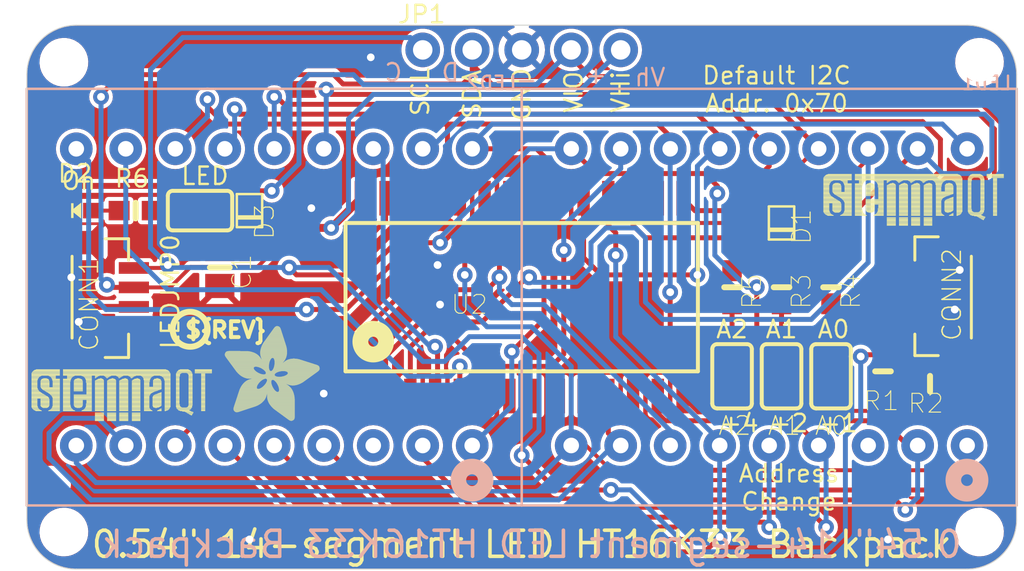
<source format=kicad_pcb>
(kicad_pcb (version 20221018) (generator pcbnew)
  (layers (0 "F.Cu" signal) (1 "In1.Cu" signal) (2 "In2.Cu" signal) (3 "In3.Cu" signal) (4 "In4.Cu" signal) (5 "In5.Cu" signal) (6 "In6.Cu" signal) (7 "In7.Cu" signal) (8 "In8.Cu" signal) (9 "In9.Cu" signal) (10 "In10.Cu" signal) (11 "In11.Cu" signal) (12 "In12.Cu" signal) (13 "In13.Cu" signal) (14 "In14.Cu" signal) (31 "B.Cu" signal) (34 "B.Paste" user) (35 "F.Paste" user) (36 "B.SilkS" user "B.Silkscreen") (37 "F.SilkS" user "F.Silkscreen") (38 "B.Mask" user) (39 "F.Mask" user) (44 "Edge.Cuts" user))
  (net 0 "")
  (net 1 "GND")
  (net 2 "N$19")
  (net 3 "N$20")
  (net 4 "A1")
  (net 5 "COM0")
  (net 6 "N$10")
  (net 7 "N$11")
  (net 8 "N$12")
  (net 9 "N$13")
  (net 10 "N$16")
  (net 11 "A0")
  (net 12 "A2")
  (net 13 "SDA")
  (net 14 "SCL")
  (net 15 "N$1")
  (net 16 "N$7")
  (net 17 "N$4")
  (net 18 "N$5")
  (net 19 "N$6")
  (net 20 "N$8")
  (net 21 "N$9")
  (net 22 "N$14")
  (net 23 "N$15")
  (net 24 "COM1")
  (net 25 "COM2")
  (net 26 "COM3")
  (net 27 "VDDIO")
  (net 28 "N$3")
  (net 29 "N$17")
  (net 30 "V+")
  (footprint "working:SOLDERJUMPER_CLOSEDWIRE" (layer "F.Cu") (at 131.9911 100.5586 180)
    (fp_text reference "LEDJMP0")
    (fp_text value "")
  )
  (footprint "" (layer "F.Cu") (at 171.9961 92.9386)
    (fp_text reference "@HOLE3" hide)
    (fp_text value "")
  )
  (footprint "working:0603-NO" (layer "F.Cu") (at 161.8361 104.4956 -90)
    (fp_text reference "R3")
    (fp_text value "47K")
  )
  (footprint "working:0603-NO" (layer "F.Cu") (at 169.4561 109.4486 180)
    (fp_text reference "R2")
    (fp_text value "10K")
  )
  (footprint "working:0603-NO" (layer "F.Cu") (at 167.0431 108.8136 90)
    (fp_text reference "R1")
    (fp_text value "10K")
  )
  (footprint "working:SOLDERJUMPER_REFLOW_NOPASTE" (layer "F.Cu") (at 164.3761 109.0676 -90)
    (fp_text reference "A0")
    (fp_text value "" hide)
  )
  (footprint "working:ADAFRUIT_5MM" (layer "F.Cu") (at 133.2611 111.3536)
    (fp_text reference "U$3" hide)
    (fp_text value "" hide)
  )
  (footprint "working:SOLDERJUMPER_REFLOW_NOPASTE" (layer "F.Cu") (at 161.8361 109.0676 -90)
    (fp_text reference "A1")
    (fp_text value "" hide)
  )
  (footprint "working:1X05_ROUND_70" (layer "F.Cu") (at 148.5011 92.3036)
    (fp_text reference "JP1")
    (fp_text value "")
  )
  (footprint "working:SOLDERJUMPER_REFLOW_NOPASTE" (layer "F.Cu") (at 159.2961 109.0676 -90)
    (fp_text reference "A2")
    (fp_text value "" hide)
  )
  (footprint "working:0805-NO" (layer "F.Cu") (at 133.0071 103.4796 -90)
    (fp_text reference "C1")
    (fp_text value "10uF")
  )
  (footprint "working:0603-NO" (layer "F.Cu") (at 159.2961 104.4956 -90)
    (fp_text reference "R5")
    (fp_text value "47K")
  )
  (footprint "working:SOD-323F" (layer "F.Cu") (at 134.5311 100.5586 -90)
    (fp_text reference "D3")
    (fp_text value "CUS530")
  )
  (footprint "working:JST_SH4_RA" (layer "F.Cu") (at 170.0911 105.0036 90)
    (fp_text reference "CONN2")
    (fp_text value "STEMMA_I2C_QTRA" hide)
  )
  (footprint "" (layer "F.Cu") (at 125.0061 92.9386)
    (fp_text reference "@HOLE2" hide)
    (fp_text value "")
  )
  (footprint "working:FIDUCIAL_1MM" (layer "F.Cu") (at 124.3711 114.6556)
    (fp_text reference "U$2" hide)
    (fp_text value "FIDUCIAL" hide)
  )
  (footprint "working:STEMMAQT" (layer "F.Cu") (at 123.3551 111.3536)
    (fp_text reference "U$6" hide)
    (fp_text value "" hide)
  )
  (footprint "working:JST_SH4_RA" (layer "F.Cu") (at 126.9111 105.0036 -90)
    (fp_text reference "CONN1")
    (fp_text value "STEMMA_I2C_QTRA" hide)
  )
  (footprint "working:FIDUCIAL_1MM" (layer "F.Cu") (at 167.5511 94.2086)
    (fp_text reference "U$1" hide)
    (fp_text value "FIDUCIAL" hide)
  )
  (footprint "working:0603-NO" (layer "F.Cu") (at 164.3761 104.4956 -90)
    (fp_text reference "R4")
    (fp_text value "47K")
  )
  (footprint "working:CHIPLED_0603_NOOUTLINE" (layer "F.Cu") (at 125.6411 100.5586 90)
    (fp_text reference "D2")
    (fp_text value "GREEN")
  )
  (footprint "" (layer "F.Cu") (at 171.9961 117.0686)
    (fp_text reference "@HOLE1" hide)
    (fp_text value "")
  )
  (footprint "" (layer "F.Cu") (at 125.0061 117.0686)
    (fp_text reference "@HOLE0" hide)
    (fp_text value "")
  )
  (footprint "working:SOP28_300MIL_SKINNY" (layer "F.Cu") (at 148.5011 105.0036)
    (fp_text reference "U2")
    (fp_text value "HT16K33")
  )
  (footprint "working:STEMMAQT" (layer "F.Cu") (at 163.9951 101.3206)
    (fp_text reference "U$7" hide)
    (fp_text value "" hide)
  )
  (footprint "working:PCBFEAT-REV-040" (layer "F.Cu") (at 131.4831 106.6546)
    (fp_text reference "U$8" hide)
    (fp_text value "" hide)
  )
  (footprint "working:SOD-323F" (layer "F.Cu") (at 161.8361 101.1936 -90)
    (fp_text reference "D1")
    (fp_text value "CUS530")
  )
  (footprint "working:0603-NO" (layer "F.Cu") (at 128.6891 100.5586 180)
    (fp_text reference "R6")
    (fp_text value "47K")
  )
  (footprint "working:SEGMENT_STARTBUST_DUAL_KWA-541CBB" (layer "B.Cu") (at 135.8011 105.0036 180)
    (fp_text reference "LED2")
    (fp_text value "")
  )
  (footprint "working:SEGMENT_STARTBUST_DUAL_KWA-541CBB" (layer "B.Cu") (at 161.2011 105.0036 180)
    (fp_text reference "LED1")
    (fp_text value "")
  )
  (gr_line (start 173.9011 116.4336) (end 173.9011 93.5736) (stroke (width 0.05)) (layer "Edge.Cuts"))
  (gr_arc (start 173.9011 116.4336) (mid 173.157151 118.229651) (end 171.3611 118.9736) (stroke (width 0.05)) (layer "Edge.Cuts"))
  (gr_arc (start 171.3611 91.0336) (mid 173.157151 91.777549) (end 173.9011 93.5736) (stroke (width 0.05)) (layer "Edge.Cuts"))
  (gr_line (start 171.3611 91.0336) (end 125.6411 91.0336) (stroke (width 0.05)) (layer "Edge.Cuts"))
  (gr_line (start 125.6411 118.9736) (end 171.3611 118.9736) (stroke (width 0.05)) (layer "Edge.Cuts"))
  (gr_arc (start 123.1011 93.5736) (mid 123.845049 91.777549) (end 125.6411 91.0336) (stroke (width 0.05)) (layer "Edge.Cuts"))
  (gr_arc (start 125.6411 118.9736) (mid 123.845049 118.229651) (end 123.1011 116.4336) (stroke (width 0.05)) (layer "Edge.Cuts"))
  (gr_line (start 123.1011 93.5736) (end 123.1011 116.4336) (stroke (width 0.05)) (layer "Edge.Cuts"))
  (gr_text "-" (at 148.1201 93.3196) (layer "B.SilkS") (effects (font (size 0.89408 0.89408) (thickness 0.12192)) (justify right top mirror)))
  (gr_text "D" (at 144.3101 92.9386) (layer "B.SilkS") (effects (font (size 0.89408 0.89408) (thickness 0.12192)) (justify right top mirror)))
  (gr_text "C" (at 141.3891 92.9386) (layer "B.SilkS") (effects (font (size 0.89408 0.89408) (thickness 0.12192)) (justify right top mirror)))
  (gr_text "+" (at 151.6761 93.0656) (layer "B.SilkS") (effects (font (size 0.89408 0.89408) (thickness 0.12192)) (justify right top mirror)))
  (gr_text "0.54\" 14-segment LED HT16K33 Backpack " (at 148.5011 117.7036) (layer "B.SilkS") (effects (font (size 1.34112 1.34112) (thickness 0.18288)) (justify mirror)))
  (gr_text "Vh" (at 154.2161 93.1926) (layer "B.SilkS") (effects (font (size 0.89408 0.89408) (thickness 0.12192)) (justify right top mirror)))
  (gr_text "LED" (at 132.2451 98.7806) (layer "F.SilkS") (effects (font (size 0.89408 0.89408) (thickness 0.12192))))
  (gr_text "+1" (at 164.7571 111.4806) (layer "F.SilkS") (effects (font (size 0.89408 0.89408) (thickness 0.12192))))
  (gr_text "+4" (at 159.6771 111.4806) (layer "F.SilkS") (effects (font (size 0.89408 0.89408) (thickness 0.12192))))
  (gr_text "VHi" (at 153.5811 94.4626 90) (layer "F.SilkS") (effects (font (size 0.89408 0.89408) (thickness 0.12192))))
  (gr_text "+2" (at 162.2171 111.4806) (layer "F.SilkS") (effects (font (size 0.89408 0.89408) (thickness 0.12192))))
  (gr_text "A1" (at 161.8361 106.6546) (layer "F.SilkS") (effects (font (size 0.89408 0.89408) (thickness 0.12192))))
  (gr_text "Address\nChange" (at 162.2171 114.7826) (layer "F.SilkS") (effects (font (size 0.89408 0.89408) (thickness 0.12192))))
  (gr_text "GND" (at 148.5011 94.5896 90) (layer "F.SilkS") (effects (font (size 0.89408 0.89408) (thickness 0.12192))))
  (gr_text "SDA" (at 145.9611 94.5896 90) (layer "F.SilkS") (effects (font (size 0.89408 0.89408) (thickness 0.12192))))
  (gr_text "0.54\" 14-segment LED HT16K33 Backpack" (at 148.5011 117.7036) (layer "F.SilkS") (effects (font (size 1.34112 1.34112) (thickness 0.18288))))
  (gr_text "SCL" (at 143.2941 94.4626 90) (layer "F.SilkS") (effects (font (size 0.89408 0.89408) (thickness 0.12192))))
  (gr_text "Default I2C\nAddr. 0x70" (at 161.5821 94.3356) (layer "F.SilkS") (effects (font (size 0.89408 0.89408) (thickness 0.12192))))
  (gr_text "VIO" (at 151.1681 94.4626 90) (layer "F.SilkS") (effects (font (size 0.89408 0.89408) (thickness 0.12192))))
  (gr_text "On" (at 125.7681 99.0346) (layer "F.SilkS") (effects (font (size 0.89408 0.89408) (thickness 0.12192))))
  (gr_text "A2" (at 159.2961 106.6546) (layer "F.SilkS") (effects (font (size 0.89408 0.89408) (thickness 0.12192))))
  (gr_text "A0" (at 164.5031 106.6546) (layer "F.SilkS") (effects (font (size 0.89408 0.89408) (thickness 0.12192))))
  (segment (start 140.2461 110.0836) (end 140.2461 109.9566) (width 0.254) (layer "F.Cu") (net 1))
  (segment (start 140.2461 109.9566) (end 138.3411 109.9566) (width 0.254) (layer "F.Cu") (net 1))
  (via (at 170.7261 105.6386) (size 0.8064) (drill 0.4) (layers "F.Cu" "B.Cu") (net 1))
  (via (at 125.7681 106.2736) (size 0.8064) (drill 0.4) (layers "F.Cu" "B.Cu") (net 1))
  (via (at 140.7541 92.6846) (size 0.8001) (drill 0.3937) (layers "F.Cu" "B.Cu") (net 1))
  (via (at 137.7061 100.4316) (size 0.8001) (drill 0.3937) (layers "F.Cu" "B.Cu") (net 1))
  (via (at 144.3101 105.3846) (size 0.8064) (drill 0.4) (layers "F.Cu" "B.Cu") (net 1))
  (via (at 170.9801 103.6066) (size 0.8064) (drill 0.4) (layers "F.Cu" "B.Cu") (net 1))
  (via (at 167.2971 117.4496) (size 0.8064) (drill 0.4) (layers "F.Cu" "B.Cu") (net 1))
  (via (at 144.1831 103.3526) (size 0.8064) (drill 0.4) (layers "F.Cu" "B.Cu") (net 1))
  (via (at 125.3871 103.9876) (size 0.8064) (drill 0.4) (layers "F.Cu" "B.Cu") (net 1))
  (via (at 138.3411 109.9566) (size 0.8001) (drill 0.3937) (layers "F.Cu" "B.Cu") (net 1))
  (via (at 134.5311 117.4496) (size 0.8064) (drill 0.4) (layers "F.Cu" "B.Cu") (net 1))
  (segment (start 161.8361 108.3056) (end 161.8361 105.3456) (width 0.254) (layer "F.Cu") (net 2))
  (segment (start 164.3761 108.3056) (end 164.3761 105.3456) (width 0.254) (layer "F.Cu") (net 3))
  (segment (start 144.3101 102.2096) (end 142.9131 102.2096) (width 0.254) (layer "F.Cu") (net 4))
  (segment (start 160.5661 109.4486) (end 160.9471 109.8296) (width 0.254) (layer "F.Cu") (net 4))
  (segment (start 158.539587 99.294088) (end 158.539587 99.675088) (width 0.254) (layer "F.Cu") (net 4))
  (segment (start 145.3261 101.3206) (end 145.3261 99.9236) (width 0.254) (layer "F.Cu") (net 4))
  (segment (start 144.3101 102.2096) (end 144.4371 102.2096) (width 0.254) (layer "F.Cu") (net 4))
  (segment (start 142.9131 102.2096) (end 139.4841 105.6386) (width 0.254) (layer "F.Cu") (net 4))
  (segment (start 145.3261 101.3206) (end 144.4371 102.2096) (width 0.254) (layer "F.Cu") (net 4))
  (segment (start 151.0411 97.3836) (end 152.3111 98.6536) (width 0.254) (layer "F.Cu") (net 4))
  (segment (start 139.4841 105.6386) (end 137.4521 105.6386) (width 0.254) (layer "F.Cu") (net 4))
  (segment (start 152.3111 98.6536) (end 157.8991 98.6536) (width 0.254) (layer "F.Cu") (net 4))
  (segment (start 160.5661 104.4956) (end 160.5661 109.4486) (width 0.254) (layer "F.Cu") (net 4))
  (segment (start 160.9471 109.8296) (end 161.8361 109.8296) (width 0.254) (layer "F.Cu") (net 4))
  (segment (start 158.539587 99.294088) (end 157.8991 98.6536) (width 0.254) (layer "F.Cu") (net 4))
  (via (at 137.4521 105.6386) (size 0.8001) (drill 0.3937) (layers "F.Cu" "B.Cu") (net 4))
  (via (at 144.3101 102.2096) (size 0.8001) (drill 0.3937) (layers "F.Cu" "B.Cu") (net 4))
  (via (at 158.539587 99.675088) (size 0.8064) (drill 0.4) (layers "F.Cu" "B.Cu") (net 4))
  (via (at 160.5661 104.4956) (size 0.8064) (drill 0.4) (layers "F.Cu" "B.Cu") (net 4))
  (segment (start 160.0581 104.4956) (end 158.412587 102.850088) (width 0.254) (layer "B.Cu") (net 4))
  (segment (start 144.3101 101.9556) (end 144.3101 102.2096) (width 0.254) (layer "B.Cu") (net 4))
  (segment (start 151.0411 97.3836) (end 148.8821 97.3836) (width 0.254) (layer "B.Cu") (net 4))
  (segment (start 158.412587 99.802088) (end 158.412587 102.850088) (width 0.254) (layer "B.Cu") (net 4))
  (segment (start 158.539587 99.675088) (end 158.412587 99.802088) (width 0.254) (layer "B.Cu") (net 4))
  (segment (start 126.2761 98.0186) (end 125.6411 97.3836) (width 0.254) (layer "B.Cu") (net 4))
  (segment (start 137.4521 105.6386) (end 127.1651 105.6386) (width 0.254) (layer "B.Cu") (net 4))
  (segment (start 127.1651 105.6386) (end 126.2761 104.7496) (width 0.254) (layer "B.Cu") (net 4))
  (segment (start 160.5661 104.4956) (end 160.0581 104.4956) (width 0.254) (layer "B.Cu") (net 4))
  (segment (start 148.8821 97.3836) (end 144.3101 101.9556) (width 0.254) (layer "B.Cu") (net 4))
  (segment (start 126.2761 98.0186) (end 126.2761 104.7496) (width 0.254) (layer "B.Cu") (net 4))
  (segment (start 163.9791 100.1936) (end 161.8361 100.1936) (width 0.2032) (layer "F.Cu") (net 5))
  (segment (start 146.4691 106.2736) (end 148.7551 103.9876) (width 0.254) (layer "F.Cu") (net 5))
  (segment (start 143.2941 106.2736) (end 146.4691 106.2736) (width 0.254) (layer "F.Cu") (net 5))
  (segment (start 166.2811 97.8916) (end 163.9791 100.1936) (width 0.2032) (layer "F.Cu") (net 5))
  (segment (start 166.2811 97.3836) (end 166.2811 97.8916) (width 0.2032) (layer "F.Cu") (net 5))
  (segment (start 141.5161 108.0516) (end 143.2941 106.2736) (width 0.254) (layer "F.Cu") (net 5))
  (segment (start 148.7551 103.9876) (end 148.8821 103.9876) (width 0.254) (layer "F.Cu") (net 5))
  (segment (start 141.5161 110.0836) (end 141.5161 108.0516) (width 0.254) (layer "F.Cu") (net 5))
  (via (at 148.8821 103.9876) (size 0.8064) (drill 0.4) (layers "F.Cu" "B.Cu") (net 5))
  (segment (start 166.2811 97.3836) (end 166.2811 103.2256) (width 0.254) (layer "B.Cu") (net 5))
  (segment (start 151.2951 104.2416) (end 152.0571 103.4796) (width 0.254) (layer "B.Cu") (net 5))
  (segment (start 154.8511 105.2576) (end 154.8511 101.9556) (width 0.254) (layer "B.Cu") (net 5))
  (segment (start 152.0571 102.2096) (end 152.0571 103.4796) (width 0.254) (layer "B.Cu") (net 5))
  (segment (start 149.1361 104.2416) (end 151.2951 104.2416) (width 0.254) (layer "B.Cu") (net 5))
  (segment (start 152.8191 101.4476) (end 152.0571 102.2096) (width 0.254) (layer "B.Cu") (net 5))
  (segment (start 155.7401 106.1466) (end 154.8511 105.2576) (width 0.254) (layer "B.Cu") (net 5))
  (segment (start 154.8511 101.9556) (end 154.3431 101.4476) (width 0.254) (layer "B.Cu") (net 5))
  (segment (start 148.8821 103.9876) (end 149.1361 104.2416) (width 0.254) (layer "B.Cu") (net 5))
  (segment (start 166.2811 103.2256) (end 163.3601 106.1466) (width 0.254) (layer "B.Cu") (net 5))
  (segment (start 163.3601 106.1466) (end 155.7401 106.1466) (width 0.254) (layer "B.Cu") (net 5))
  (segment (start 154.3431 101.4476) (end 152.8191 101.4476) (width 0.254) (layer "B.Cu") (net 5))
  (segment (start 142.5321 104.6226) (end 138.8491 108.3056) (width 0.254) (layer "F.Cu") (net 6))
  (segment (start 147.3581 103.9876) (end 146.7231 104.6226) (width 0.254) (layer "F.Cu") (net 6))
  (segment (start 147.8661 99.9236) (end 147.8661 101.8286) (width 0.254) (layer "F.Cu") (net 6))
  (segment (start 142.5321 104.6226) (end 146.7231 104.6226) (width 0.254) (layer "F.Cu") (net 6))
  (segment (start 147.3581 102.3366) (end 147.3581 103.9876) (width 0.254) (layer "F.Cu") (net 6))
  (segment (start 130.7211 112.4966) (end 130.7211 112.6236) (width 0.254) (layer "F.Cu") (net 6))
  (segment (start 147.8661 101.8286) (end 147.3581 102.3366) (width 0.254) (layer "F.Cu") (net 6))
  (segment (start 134.9121 108.3056) (end 130.7211 112.4966) (width 0.254) (layer "F.Cu") (net 6))
  (segment (start 138.8491 108.3056) (end 134.9121 108.3056) (width 0.254) (layer "F.Cu") (net 6))
  (via (at 147.3581 103.9876) (size 0.8001) (drill 0.3937) (layers "F.Cu" "B.Cu") (net 6))
  (segment (start 147.9931 105.3846) (end 147.3581 104.7496) (width 0.254) (layer "B.Cu") (net 6))
  (segment (start 149.6441 105.3846) (end 147.9931 105.3846) (width 0.254) (layer "B.Cu") (net 6))
  (segment (start 156.1211 112.6236) (end 156.1211 111.8616) (width 0.254) (layer "B.Cu") (net 6))
  (segment (start 147.3581 104.7496) (end 147.3581 103.9876) (width 0.254) (layer "B.Cu") (net 6))
  (segment (start 156.1211 111.8616) (end 149.6441 105.3846) (width 0.254) (layer "B.Cu") (net 6))
  (segment (start 171.3611 113.7666) (end 170.2181 114.9096) (width 0.254) (layer "F.Cu") (net 7))
  (segment (start 149.6441 106.1466) (end 147.9931 107.7976) (width 0.254) (layer "F.Cu") (net 7))
  (segment (start 149.6441 103.2256) (end 149.1361 102.7176) (width 0.254) (layer "F.Cu") (net 7))
  (segment (start 149.1361 99.9236) (end 149.1361 102.7176) (width 0.254) (layer "F.Cu") (net 7))
  (segment (start 149.6441 103.2256) (end 149.6441 106.1466) (width 0.254) (layer "F.Cu") (net 7))
  (segment (start 171.3611 113.7666) (end 171.3611 112.6236) (width 0.254) (layer "F.Cu") (net 7))
  (segment (start 145.9611 112.6236) (end 145.9611 113.5126) (width 0.254) (layer "F.Cu") (net 7))
  (segment (start 170.2181 114.9096) (end 156.8831 114.9096) (width 0.254) (layer "F.Cu") (net 7))
  (segment (start 148.2471 115.7986) (end 145.9611 113.5126) (width 0.254) (layer "F.Cu") (net 7))
  (segment (start 148.2471 115.7986) (end 155.9941 115.7986) (width 0.254) (layer "F.Cu") (net 7))
  (segment (start 155.9941 115.7986) (end 156.8831 114.9096) (width 0.254) (layer "F.Cu") (net 7))
  (via (at 147.9931 107.7976) (size 0.8001) (drill 0.3937) (layers "F.Cu" "B.Cu") (net 7))
  (segment (start 147.9931 110.5916) (end 145.9611 112.6236) (width 0.254) (layer "B.Cu") (net 7))
  (segment (start 147.9931 107.7976) (end 147.9931 110.5916) (width 0.254) (layer "B.Cu") (net 7))
  (segment (start 145.9611 97.3836) (end 149.2631 97.3836) (width 0.254) (layer "F.Cu") (net 8))
  (segment (start 150.4061 98.5266) (end 150.4061 99.9236) (width 0.254) (layer "F.Cu") (net 8))
  (segment (start 149.2631 97.3836) (end 150.4061 98.5266) (width 0.254) (layer "F.Cu") (net 8))
  (segment (start 171.3611 97.3836) (end 170.0911 96.1136) (width 0.254) (layer "B.Cu") (net 8))
  (segment (start 146.9771 96.1136) (end 145.9611 97.1296) (width 0.254) (layer "B.Cu") (net 8))
  (segment (start 170.0911 96.1136) (end 146.9771 96.1136) (width 0.254) (layer "B.Cu") (net 8))
  (segment (start 145.9611 97.1296) (end 145.9611 97.3836) (width 0.254) (layer "B.Cu") (net 8))
  (segment (start 133.7691 95.3516) (end 134.0231 95.6056) (width 0.254) (layer "F.Cu") (net 9))
  (segment (start 151.6761 102.9716) (end 151.6761 99.9236) (width 0.254) (layer "F.Cu") (net 9))
  (segment (start 157.5181 95.6056) (end 158.6611 96.7486) (width 0.254) (layer "F.Cu") (net 9))
  (segment (start 134.0231 95.6056) (end 157.5181 95.6056) (width 0.254) (layer "F.Cu") (net 9))
  (segment (start 157.5181 103.8606) (end 152.5651 103.8606) (width 0.254) (layer "F.Cu") (net 9))
  (segment (start 158.6611 96.7486) (end 158.6611 97.3836) (width 0.254) (layer "F.Cu") (net 9))
  (segment (start 152.5651 103.8606) (end 151.6761 102.9716) (width 0.254) (layer "F.Cu") (net 9))
  (via (at 157.5181 103.8606) (size 0.8001) (drill 0.3937) (layers "F.Cu" "B.Cu") (net 9))
  (via (at 133.7691 95.3516) (size 0.8001) (drill 0.3937) (layers "F.Cu" "B.Cu") (net 9))
  (segment (start 157.5181 98.2726) (end 157.5181 103.8606) (width 0.254) (layer "B.Cu") (net 9))
  (segment (start 158.4071 97.3836) (end 157.5181 98.2726) (width 0.254) (layer "B.Cu") (net 9))
  (segment (start 133.7691 95.3516) (end 133.7691 96.8756) (width 0.254) (layer "B.Cu") (net 9))
  (segment (start 133.2611 97.3836) (end 133.7691 96.8756) (width 0.254) (layer "B.Cu") (net 9))
  (segment (start 158.6611 97.3836) (end 158.4071 97.3836) (width 0.254) (layer "B.Cu") (net 9))
  (segment (start 152.9461 101.3206) (end 152.9461 99.9236) (width 0.254) (layer "F.Cu") (net 10))
  (segment (start 153.3271 101.7016) (end 152.9461 101.3206) (width 0.254) (layer "F.Cu") (net 10))
  (segment (start 157.8991 118.0846) (end 138.7221 118.0846) (width 0.254) (layer "F.Cu") (net 10))
  (segment (start 158.6611 117.3226) (end 157.8991 118.0846) (width 0.254) (layer "F.Cu") (net 10))
  (segment (start 133.2611 112.6236) (end 138.7221 118.0846) (width 0.254) (layer "F.Cu") (net 10))
  (segment (start 153.3271 101.7016) (end 153.3271 102.8446) (width 0.254) (layer "F.Cu") (net 10))
  (via (at 158.6611 117.3226) (size 0.8001) (drill 0.3937) (layers "F.Cu" "B.Cu") (net 10))
  (via (at 153.3271 102.8446) (size 0.8001) (drill 0.3937) (layers "F.Cu" "B.Cu") (net 10))
  (segment (start 158.6611 112.3696) (end 153.3271 107.0356) (width 0.254) (layer "B.Cu") (net 10))
  (segment (start 158.6611 112.6236) (end 158.6611 112.3696) (width 0.254) (layer "B.Cu") (net 10))
  (segment (start 158.6611 117.3226) (end 158.6611 112.6236) (width 0.254) (layer "B.Cu") (net 10))
  (segment (start 153.3271 102.8446) (end 153.3271 107.0356) (width 0.254) (layer "B.Cu") (net 10))
  (segment (start 145.5801 103.8606) (end 145.5801 102.3366) (width 0.254) (layer "F.Cu") (net 11))
  (segment (start 161.9631 113.8936) (end 169.7101 113.8936) (width 0.2032) (layer "F.Cu") (net 11))
  (segment (start 151.0411 112.6236) (end 151.8031 112.6236) (width 0.2032) (layer "F.Cu") (net 11))
  (segment (start 170.0911 112.1156) (end 169.2021 111.2266) (width 0.2032) (layer "F.Cu") (net 11))
  (segment (start 146.5961 101.3206) (end 145.5801 102.3366) (width 0.254) (layer "F.Cu") (net 11))
  (segment (start 165.3921 110.8456) (end 167.614437 110.8456) (width 0.2032) (layer "F.Cu") (net 11))
  (segment (start 153.5811 114.4016) (end 151.8031 112.6236) (width 0.2032) (layer "F.Cu") (net 11))
  (segment (start 167.614437 110.8456) (end 167.995437 111.2266) (width 0.2032) (layer "F.Cu") (net 11))
  (segment (start 146.5961 99.9236) (end 146.5961 101.3206) (width 0.254) (layer "F.Cu") (net 11))
  (segment (start 161.4551 114.4016) (end 161.9631 113.8936) (width 0.2032) (layer "F.Cu") (net 11))
  (segment (start 169.7101 113.8936) (end 170.0911 113.5126) (width 0.2032) (layer "F.Cu") (net 11))
  (segment (start 164.3761 109.8296) (end 165.3921 110.8456) (width 0.2032) (layer "F.Cu") (net 11))
  (segment (start 170.0911 113.5126) (end 170.0911 112.1156) (width 0.2032) (layer "F.Cu") (net 11))
  (segment (start 167.995437 111.2266) (end 169.2021 111.2266) (width 0.2032) (layer "F.Cu") (net 11))
  (segment (start 153.5811 114.4016) (end 161.4551 114.4016) (width 0.2032) (layer "F.Cu") (net 11))
  (via (at 145.5801 103.8606) (size 0.8001) (drill 0.3937) (layers "F.Cu" "B.Cu") (net 11))
  (segment (start 151.0411 112.6236) (end 151.0411 108.5596) (width 0.254) (layer "B.Cu") (net 11))
  (segment (start 149.1361 114.5286) (end 126.6571 114.5286) (width 0.254) (layer "B.Cu") (net 11))
  (segment (start 151.0411 112.6236) (end 149.1361 114.5286) (width 0.254) (layer "B.Cu") (net 11))
  (segment (start 149.0091 106.5276) (end 146.7231 106.5276) (width 0.254) (layer "B.Cu") (net 11))
  (segment (start 145.5801 105.3846) (end 145.5801 103.8606) (width 0.254) (layer "B.Cu") (net 11))
  (segment (start 125.6411 113.5126) (end 125.6411 112.6236) (width 0.254) (layer "B.Cu") (net 11))
  (segment (start 146.7231 106.5276) (end 145.5801 105.3846) (width 0.254) (layer "B.Cu") (net 11))
  (segment (start 126.6571 114.5286) (end 125.6411 113.5126) (width 0.254) (layer "B.Cu") (net 11))
  (segment (start 151.0411 108.5596) (end 149.0091 106.5276) (width 0.254) (layer "B.Cu") (net 11))
  (segment (start 155.4861 96.1136) (end 156.1211 96.7486) (width 0.254) (layer "F.Cu") (net 12))
  (segment (start 144.0561 98.6536) (end 144.6911 98.0186) (width 0.254) (layer "F.Cu") (net 12))
  (segment (start 133.2611 96.1136) (end 132.3721 95.2246) (width 0.254) (layer "F.Cu") (net 12))
  (segment (start 156.1211 106.981875) (end 156.1211 104.7496) (width 0.254) (layer "F.Cu") (net 12))
  (segment (start 158.968825 109.8296) (end 156.1211 106.981875) (width 0.254) (layer "F.Cu") (net 12))
  (segment (start 156.1211 96.7486) (end 156.1211 97.3836) (width 0.254) (layer "F.Cu") (net 12))
  (segment (start 144.6911 98.0186) (end 144.6911 96.1136) (width 0.254) (layer "F.Cu") (net 12))
  (segment (start 159.2961 109.8296) (end 158.968825 109.8296) (width 0.254) (layer "F.Cu") (net 12))
  (segment (start 144.0561 99.9236) (end 144.0561 98.6536) (width 0.254) (layer "F.Cu") (net 12))
  (segment (start 132.3721 94.8436) (end 132.3721 95.2246) (width 0.254) (layer "F.Cu") (net 12))
  (segment (start 133.2611 96.1136) (end 144.6911 96.1136) (width 0.254) (layer "F.Cu") (net 12))
  (segment (start 144.6911 96.1136) (end 155.4861 96.1136) (width 0.254) (layer "F.Cu") (net 12))
  (via (at 132.3721 94.8436) (size 0.8001) (drill 0.3937) (layers "F.Cu" "B.Cu") (net 12))
  (via (at 156.1211 104.7496) (size 0.8064) (drill 0.4) (layers "F.Cu" "B.Cu") (net 12))
  (segment (start 132.3721 94.8436) (end 132.3721 95.7326) (width 0.254) (layer "B.Cu") (net 12))
  (segment (start 156.1211 104.7496) (end 156.1211 97.3836) (width 0.254) (layer "B.Cu") (net 12))
  (segment (start 130.7211 97.3836) (end 132.3721 95.7326) (width 0.254) (layer "B.Cu") (net 12))
  (segment (start 141.5161 101.0666) (end 141.5161 99.9236) (width 0.254) (layer "F.Cu") (net 13))
  (segment (start 126.9111 94.7166) (end 126.9111 94.5896) (width 0.254) (layer "F.Cu") (net 13))
  (segment (start 169.0671 105.5036) (end 168.4051 105.5036) (width 0.254) (layer "F.Cu") (net 13))
  (segment (start 169.7101 106.1466) (end 169.0671 105.5036) (width 0.254) (layer "F.Cu") (net 13))
  (segment (start 139.3317 94.0562) (end 138.8491 93.5736) (width 0.254) (layer "F.Cu") (net 13))
  (segment (start 147.0279 94.1324) (end 145.8341 92.9386) (width 0.254) (layer "F.Cu") (net 13))
  (segment (start 145.9611 93.5736) (end 145.4785 94.0562) (width 0.254) (layer "F.Cu") (net 13))
  (segment (start 139.93495 102.64775) (end 141.5161 101.0666) (width 0.254) (layer "F.Cu") (net 13))
  (segment (start 134.9373 103.4544) (end 135.74395 102.64775) (width 0.2032) (layer "F.Cu") (net 13))
  (segment (start 145.4785 94.0562) (end 139.3317 94.0562) (width 0.254) (layer "F.Cu") (net 13))
  (segment (start 161.136481 94.1324) (end 147.0279 94.1324) (width 0.254) (layer "F.Cu") (net 13))
  (segment (start 128.5971 104.5036) (end 127.3477 104.5036) (width 0.254) (layer "F.Cu") (net 13))
  (segment (start 145.8341 92.9386) (end 145.8341 92.4306) (width 0.254) (layer "F.Cu") (net 13))
  (segment (start 161.136481 94.1324) (end 162.990681 95.9866) (width 0.254) (layer "F.Cu") (net 13))
  (segment (start 128.5971 104.5036) (end 130.4591 104.5036) (width 0.2032) (layer "F.Cu") (net 13))
  (segment (start 168.6061 109.4486) (end 168.6061 108.1396) (width 0.254) (layer "F.Cu") (net 13))
  (segment (start 169.076468 95.9866) (end 169.9895 96.899632) (width 0.254) (layer "F.Cu") (net 13))
  (segment (start 126.9111 94.5896) (end 127.9271 93.5736) (width 0.254) (layer "F.Cu") (net 13))
  (segment (start 145.9611 92.3036) (end 145.9611 93.5736) (width 0.254) (layer "F.Cu") (net 13))
  (segment (start 169.7101 107.0356) (end 169.7101 106.1466) (width 0.254) (layer "F.Cu") (net 13))
  (segment (start 127.3477 104.5036) (end 127.2127 104.3686) (width 0.254) (layer "F.Cu") (net 13))
  (segment (start 168.6061 108.1396) (end 169.7101 107.0356) (width 0.254) (layer "F.Cu") (net 13))
  (segment (start 131.5083 103.4544) (end 134.9373 103.4544) (width 0.2032) (layer "F.Cu") (net 13))
  (segment (start 130.4591 104.5036) (end 131.5083 103.4544) (width 0.2032) (layer "F.Cu") (net 13))
  (segment (start 169.9895 96.899632) (end 169.9895 98.5012) (width 0.254) (layer "F.Cu") (net 13))
  (segment (start 162.990681 95.9866) (end 169.076468 95.9866) (width 0.254) (layer "F.Cu") (net 13))
  (segment (start 145.9611 92.3036) (end 145.8341 92.4306) (width 0.254) (layer "F.Cu") (net 13))
  (segment (start 138.8491 93.5736) (end 127.9271 93.5736) (width 0.254) (layer "F.Cu") (net 13))
  (segment (start 169.9895 98.5012) (end 166.7891 101.7016) (width 0.254) (layer "F.Cu") (net 13))
  (segment (start 166.7891 101.7016) (end 166.7891 105.1306) (width 0.254) (layer "F.Cu") (net 13))
  (segment (start 166.7891 105.1306) (end 167.1621 105.5036) (width 0.254) (layer "F.Cu") (net 13))
  (segment (start 135.74395 102.64775) (end 139.93495 102.64775) (width 0.254) (layer "F.Cu") (net 13))
  (segment (start 167.1621 105.5036) (end 168.4051 105.5036) (width 0.254) (layer "F.Cu") (net 13))
  (via (at 127.2127 104.3686) (size 0.8064) (drill 0.4) (layers "F.Cu" "B.Cu") (net 13))
  (via (at 126.9111 94.7166) (size 0.8064) (drill 0.4) (layers "F.Cu" "B.Cu") (net 13))
  (segment (start 126.9111 104.067) (end 126.9111 94.7166) (width 0.254) (layer "B.Cu") (net 13))
  (segment (start 127.2127 104.3686) (end 126.9111 104.067) (width 0.254) (layer "B.Cu") (net 13))
  (segment (start 140.3731 103.8606) (end 142.7861 101.4476) (width 0.254) (layer "F.Cu") (net 14))
  (segment (start 136.5631 103.4796) (end 136.9441 103.8606) (width 0.254) (layer "F.Cu") (net 14))
  (segment (start 142.7861 101.4476) (end 142.7861 99.9236) (width 0.254) (layer "F.Cu") (net 14))
  (segment (start 167.0431 107.9636) (end 165.9881 107.9636) (width 0.254) (layer "F.Cu") (net 14))
  (segment (start 153.0731 114.9096) (end 153.080465 114.902234) (width 0.254) (layer "F.Cu") (net 14))
  (segment (start 150.2791 114.9096) (end 153.0731 114.9096) (width 0.254) (layer "F.Cu") (net 14))
  (segment (start 165.9881 107.9636) (end 165.9001 108.0516) (width 0.254) (layer "F.Cu") (net 14))
  (segment (start 148.5011 113.1316) (end 150.2791 114.9096) (width 0.254) (layer "F.Cu") (net 14))
  (segment (start 168.4051 106.6016) (end 168.4051 106.5036) (width 0.254) (layer "F.Cu") (net 14))
  (segment (start 128.5971 103.5036) (end 130.1891 103.5036) (width 0.2032) (layer "F.Cu") (net 14))
  (segment (start 130.1891 103.5036) (end 130.3401 103.3526) (width 0.2032) (layer "F.Cu") (net 14))
  (segment (start 136.9441 103.8606) (end 140.3731 103.8606) (width 0.254) (layer "F.Cu") (net 14))
  (segment (start 167.0431 107.9636) (end 168.4051 106.6016) (width 0.254) (layer "F.Cu") (net 14))
  (via (at 130.3401 103.3526) (size 0.8064) (drill 0.4) (layers "F.Cu" "B.Cu") (net 14))
  (via (at 148.5011 113.1316) (size 0.8064) (drill 0.4) (layers "F.Cu" "B.Cu") (net 14))
  (via (at 153.080465 114.902234) (size 0.8064) (drill 0.4) (layers "F.Cu" "B.Cu") (net 14))
  (via (at 136.5631 103.4796) (size 0.8001) (drill 0.3937) (layers "F.Cu" "B.Cu") (net 14))
  (via (at 165.9001 108.0516) (size 0.8064) (drill 0.4) (layers "F.Cu" "B.Cu") (net 14))
  (segment (start 129.4511 102.4636) (end 130.3401 103.3526) (width 0.254) (layer "B.Cu") (net 14))
  (segment (start 131.1021 91.6686) (end 129.4511 93.3196) (width 0.254) (layer "B.Cu") (net 14))
  (segment (start 142.7861 91.6686) (end 131.1021 91.6686) (width 0.254) (layer "B.Cu") (net 14))
  (segment (start 145.817369 107.0356) (end 148.5011 107.0356) (width 0.254) (layer "B.Cu") (net 14))
  (segment (start 149.3901 107.9246) (end 149.3901 111.8616) (width 0.254) (layer "B.Cu") (net 14))
  (segment (start 130.4036 103.4161) (end 130.3401 103.3526) (width 0.254) (layer "B.Cu") (net 14))
  (segment (start 144.547369 108.3056) (end 145.817369 107.0356) (width 0.254) (layer "B.Cu") (net 14))
  (segment (start 143.432682 108.3056) (end 144.547369 108.3056) (width 0.254) (layer "B.Cu") (net 14))
  (segment (start 165.1127 112.139631) (end 165.1127 117.094) (width 0.254) (layer "B.Cu") (net 14))
  (segment (start 165.1127 117.094) (end 164.1221 118.0846) (width 0.254) (layer "B.Cu") (net 14))
  (segment (start 148.5011 112.7506) (end 148.5011 113.1316) (width 0.254) (layer "B.Cu") (net 14))
  (segment (start 136.5631 103.4796) (end 138.606682 103.4796) (width 0.254) (layer "B.Cu") (net 14))
  (segment (start 153.080465 114.902234) (end 154.081734 114.902234) (width 0.254) (layer "B.Cu") (net 14))
  (segment (start 149.3901 111.8616) (end 148.5011 112.7506) (width 0.254) (layer "B.Cu") (net 14))
  (segment (start 164.1221 118.0846) (end 157.2641 118.0846) (width 0.254) (layer "B.Cu") (net 14))
  (segment (start 132.1181 103.4796) (end 130.4671 103.4796) (width 0.254) (layer "B.Cu") (net 14))
  (segment (start 143.4211 92.3036) (end 142.7861 91.6686) (width 0.254) (layer "B.Cu") (net 14))
  (segment (start 138.606682 103.4796) (end 143.432682 108.3056) (width 0.254) (layer "B.Cu") (net 14))
  (segment (start 130.4671 103.4796) (end 130.4036 103.4161) (width 0.254) (layer "B.Cu") (net 14))
  (segment (start 129.4511 100.8126) (end 129.4511 102.4636) (width 0.254) (layer "B.Cu") (net 14))
  (segment (start 157.2641 118.0846) (end 154.081734 114.902234) (width 0.254) (layer "B.Cu") (net 14))
  (segment (start 132.1181 103.4796) (end 136.5631 103.4796) (width 0.254) (layer "B.Cu") (net 14))
  (segment (start 129.4511 93.3196) (end 129.4511 100.8126) (width 0.254) (layer "B.Cu") (net 14))
  (segment (start 165.9001 108.0516) (end 165.9001 111.352231) (width 0.254) (layer "B.Cu") (net 14))
  (segment (start 148.5011 107.0356) (end 149.3901 107.9246) (width 0.254) (layer "B.Cu") (net 14))
  (segment (start 165.9001 111.352231) (end 165.1127 112.139631) (width 0.254) (layer "B.Cu") (net 14))
  (segment (start 161.8361 102.1936) (end 161.8361 103.6456) (width 0.2032) (layer "F.Cu") (net 15))
  (segment (start 161.8361 103.6456) (end 164.3761 103.6456) (width 0.254) (layer "F.Cu") (net 15))
  (segment (start 159.2961 103.6456) (end 161.8361 103.6456) (width 0.254) (layer "F.Cu") (net 15))
  (segment (start 159.2961 108.3056) (end 159.2961 105.3456) (width 0.254) (layer "F.Cu") (net 16))
  (segment (start 160.1851 101.9556) (end 161.0741 101.0666) (width 0.254) (layer "F.Cu") (net 17))
  (segment (start 161.0741 101.0666) (end 165.1381 101.0666) (width 0.254) (layer "F.Cu") (net 17))
  (segment (start 154.2161 101.3206) (end 154.8511 101.9556) (width 0.254) (layer "F.Cu") (net 17))
  (segment (start 154.2161 99.9236) (end 154.2161 101.3206) (width 0.254) (layer "F.Cu") (net 17))
  (segment (start 165.1381 101.0666) (end 168.8211 97.3836) (width 0.254) (layer "F.Cu") (net 17))
  (segment (start 154.8511 101.9556) (end 160.1851 101.9556) (width 0.254) (layer "F.Cu") (net 17))
  (segment (start 172.2501 95.6056) (end 145.5801 95.6056) (width 0.254) (layer "B.Cu") (net 17))
  (segment (start 170.0911 98.6536) (end 172.3771 98.6536) (width 0.254) (layer "B.Cu") (net 17))
  (segment (start 143.8021 97.3836) (end 143.4211 97.3836) (width 0.254) (layer "B.Cu") (net 17))
  (segment (start 172.6311 95.9866) (end 172.2501 95.6056) (width 0.254) (layer "B.Cu") (net 17))
  (segment (start 172.3771 98.6536) (end 172.6311 98.3996) (width 0.254) (layer "B.Cu") (net 17))
  (segment (start 145.5801 95.6056) (end 143.8021 97.3836) (width 0.254) (layer "B.Cu") (net 17))
  (segment (start 168.8211 97.3836) (end 170.0911 98.6536) (width 0.254) (layer "B.Cu") (net 17))
  (segment (start 172.6311 98.3996) (end 172.6311 95.9866) (width 0.254) (layer "B.Cu") (net 17))
  (segment (start 161.3281 98.7806) (end 162.2171 98.7806) (width 0.2032) (layer "F.Cu") (net 18))
  (segment (start 155.4861 100.9396) (end 155.7401 101.1936) (width 0.2032) (layer "F.Cu") (net 18))
  (segment (start 138.7221 94.5896) (end 138.4681 94.3356) (width 0.254) (layer "F.Cu") (net 18))
  (segment (start 162.2171 98.7806) (end 163.6776 97.3201) (width 0.2032) (layer "F.Cu") (net 18))
  (segment (start 163.7411 97.3836) (end 163.6776 97.3201) (width 0.254) (layer "F.Cu") (net 18))
  (segment (start 155.4861 99.9236) (end 155.4861 100.9396) (width 0.2032) (layer "F.Cu") (net 18))
  (segment (start 158.9151 101.1936) (end 161.3281 98.7806) (width 0.2032) (layer "F.Cu") (net 18))
  (segment (start 160.9471 94.5896) (end 138.7221 94.5896) (width 0.254) (layer "F.Cu") (net 18))
  (segment (start 155.7401 101.1936) (end 158.9151 101.1936) (width 0.2032) (layer "F.Cu") (net 18))
  (segment (start 163.6776 97.3201) (end 160.9471 94.5896) (width 0.254) (layer "F.Cu") (net 18))
  (via (at 138.4681 94.3356) (size 0.8001) (drill 0.3937) (layers "F.Cu" "B.Cu") (net 18))
  (segment (start 138.4681 94.3356) (end 138.4681 97.2566) (width 0.254) (layer "B.Cu") (net 18))
  (segment (start 138.4681 97.2566) (end 138.3411 97.3836) (width 0.254) (layer "B.Cu") (net 18))
  (segment (start 158.9151 100.5586) (end 157.3911 100.5586) (width 0.254) (layer "F.Cu") (net 19))
  (segment (start 161.2011 98.2726) (end 161.2011 97.3836) (width 0.254) (layer "F.Cu") (net 19))
  (segment (start 161.2011 98.2726) (end 158.9151 100.5586) (width 0.254) (layer "F.Cu") (net 19))
  (segment (start 156.7561 99.9236) (end 157.3911 100.5586) (width 0.254) (layer "F.Cu") (net 19))
  (segment (start 161.2011 97.3836) (end 158.9151 95.0976) (width 0.254) (layer "F.Cu") (net 19))
  (segment (start 158.9151 95.0976) (end 136.3091 95.0976) (width 0.254) (layer "F.Cu") (net 19))
  (segment (start 136.3091 95.0976) (end 135.9281 94.7166) (width 0.254) (layer "F.Cu") (net 19))
  (segment (start 135.9281 94.7166) (end 135.8011 94.7166) (width 0.254) (layer "F.Cu") (net 19))
  (via (at 135.8011 94.7166) (size 0.8001) (drill 0.3937) (layers "F.Cu" "B.Cu") (net 19))
  (segment (start 135.8011 94.7166) (end 135.8011 97.3836) (width 0.254) (layer "B.Cu") (net 19))
  (segment (start 157.5689 110.8964) (end 163.1569 110.8964) (width 0.254) (layer "F.Cu") (net 20))
  (segment (start 168.3131 112.6236) (end 167.0431 111.3536) (width 0.254) (layer "F.Cu") (net 20))
  (segment (start 168.3131 112.6236) (end 168.8211 112.6236) (width 0.254) (layer "F.Cu") (net 20))
  (segment (start 146.4691 116.3066) (end 143.4211 113.2586) (width 0.254) (layer "F.Cu") (net 20))
  (segment (start 157.1371 115.4176) (end 156.2481 116.3066) (width 0.254) (layer "F.Cu") (net 20))
  (segment (start 167.6781 115.4176) (end 157.1371 115.4176) (width 0.254) (layer "F.Cu") (net 20))
  (segment (start 168.1861 115.9256) (end 167.6781 115.4176) (width 0.254) (layer "F.Cu") (net 20))
  (segment (start 156.2481 116.3066) (end 146.4691 116.3066) (width 0.254) (layer "F.Cu") (net 20))
  (segment (start 156.7561 110.0836) (end 157.5689 110.8964) (width 0.254) (layer "F.Cu") (net 20))
  (segment (start 167.0431 111.3536) (end 163.6141 111.3536) (width 0.254) (layer "F.Cu") (net 20))
  (segment (start 143.4211 112.6236) (end 143.4211 113.2586) (width 0.254) (layer "F.Cu") (net 20))
  (segment (start 163.6141 111.3536) (end 163.1569 110.8964) (width 0.254) (layer "F.Cu") (net 20))
  (via (at 168.1861 115.9256) (size 0.8001) (drill 0.3937) (layers "F.Cu" "B.Cu") (net 20))
  (segment (start 168.8211 115.2906) (end 168.1861 115.9256) (width 0.254) (layer "B.Cu") (net 20))
  (segment (start 168.8211 115.2906) (end 168.8211 112.6236) (width 0.254) (layer "B.Cu") (net 20))
  (segment (start 157.0101 116.8146) (end 142.5321 116.8146) (width 0.254) (layer "F.Cu") (net 21))
  (segment (start 155.8671 111.3536) (end 162.4711 111.3536) (width 0.254) (layer "F.Cu") (net 21))
  (segment (start 155.4861 110.0836) (end 155.4861 110.9726) (width 0.254) (layer "F.Cu") (net 21))
  (segment (start 157.7721 116.0526) (end 157.0101 116.8146) (width 0.254) (layer "F.Cu") (net 21))
  (segment (start 164.1221 116.8146) (end 163.3601 116.0526) (width 0.254) (layer "F.Cu") (net 21))
  (segment (start 138.3411 112.6236) (end 142.5321 116.8146) (width 0.254) (layer "F.Cu") (net 21))
  (segment (start 163.3601 116.0526) (end 157.7721 116.0526) (width 0.254) (layer "F.Cu") (net 21))
  (segment (start 155.4861 110.9726) (end 155.8671 111.3536) (width 0.254) (layer "F.Cu") (net 21))
  (segment (start 162.4711 111.3536) (end 163.7411 112.6236) (width 0.254) (layer "F.Cu") (net 21))
  (via (at 164.1221 116.8146) (size 0.8001) (drill 0.3937) (layers "F.Cu" "B.Cu") (net 21))
  (segment (start 164.1221 113.0046) (end 163.7411 112.6236) (width 0.254) (layer "B.Cu") (net 21))
  (segment (start 164.1221 113.0046) (end 164.1221 116.8146) (width 0.254) (layer "B.Cu") (net 21))
  (segment (start 160.9471 116.5606) (end 158.1531 116.5606) (width 0.254) (layer "F.Cu") (net 22))
  (segment (start 155.230731 113.8936) (end 161.0741 113.8936) (width 0.254) (layer "F.Cu") (net 22))
  (segment (start 158.1531 116.5606) (end 157.2641 117.4496) (width 0.254) (layer "F.Cu") (net 22))
  (segment (start 161.2011 113.7666) (end 161.0741 113.8936) (width 0.254) (layer "F.Cu") (net 22))
  (segment (start 154.2161 111.3536) (end 154.8257 111.9632) (width 0.254) (layer "F.Cu") (net 22))
  (segment (start 157.2641 117.4496) (end 140.6271 117.4496) (width 0.254) (layer "F.Cu") (net 22))
  (segment (start 154.8257 113.488568) (end 155.230731 113.8936) (width 0.254) (layer "F.Cu") (net 22))
  (segment (start 154.8257 111.9632) (end 154.8257 113.488568) (width 0.254) (layer "F.Cu") (net 22))
  (segment (start 154.2161 110.0836) (end 154.2161 111.3536) (width 0.254) (layer "F.Cu") (net 22))
  (segment (start 161.2011 113.7666) (end 161.2011 112.6236) (width 0.254) (layer "F.Cu") (net 22))
  (segment (start 135.8011 112.6236) (end 140.6271 117.4496) (width 0.254) (layer "F.Cu") (net 22))
  (segment (start 161.2011 116.8146) (end 160.9471 116.5606) (width 0.254) (layer "F.Cu") (net 22))
  (via (at 161.2011 116.8146) (size 0.8001) (drill 0.3937) (layers "F.Cu" "B.Cu") (net 22))
  (segment (start 161.2011 116.8146) (end 161.2011 112.6236) (width 0.254) (layer "B.Cu") (net 22))
  (segment (start 152.9461 110.0836) (end 152.9461 111.9886) (width 0.254) (layer "F.Cu") (net 23))
  (segment (start 152.9461 111.9886) (end 153.5811 112.6236) (width 0.254) (layer "F.Cu") (net 23))
  (segment (start 126.4031 115.4176) (end 150.4061 115.4176) (width 0.254) (layer "B.Cu") (net 23))
  (segment (start 126.7841 111.2266) (end 125.0061 111.2266) (width 0.254) (layer "B.Cu") (net 23))
  (segment (start 128.1811 112.6236) (end 126.7841 111.2266) (width 0.254) (layer "B.Cu") (net 23))
  (segment (start 153.5811 112.6236) (end 153.2001 112.6236) (width 0.254) (layer "B.Cu") (net 23))
  (segment (start 124.2441 111.9886) (end 124.2441 113.2586) (width 0.254) (layer "B.Cu") (net 23))
  (segment (start 125.0061 111.2266) (end 124.2441 111.9886) (width 0.254) (layer "B.Cu") (net 23))
  (segment (start 153.2001 112.6236) (end 150.4061 115.4176) (width 0.254) (layer "B.Cu") (net 23))
  (segment (start 124.2441 113.2586) (end 126.4031 115.4176) (width 0.254) (layer "B.Cu") (net 23))
  (segment (start 143.5481 106.795712) (end 142.7861 107.557712) (width 0.254) (layer "F.Cu") (net 24))
  (segment (start 143.5481 106.795712) (end 144.705213 106.795712) (width 0.254) (layer "F.Cu") (net 24))
  (segment (start 144.705213 106.795712) (end 146.4691 108.5596) (width 0.254) (layer "F.Cu") (net 24))
  (segment (start 146.4691 108.5596) (end 150.0251 108.5596) (width 0.254) (layer "F.Cu") (net 24))
  (segment (start 150.0251 108.5596) (end 150.6601 107.9246) (width 0.254) (layer "F.Cu") (net 24))
  (segment (start 150.6601 107.9246) (end 150.6601 102.5906) (width 0.254) (layer "F.Cu") (net 24))
  (segment (start 142.7861 110.0836) (end 142.7861 107.557712) (width 0.254) (layer "F.Cu") (net 24))
  (via (at 150.6601 102.5906) (size 0.8001) (drill 0.3937) (layers "F.Cu" "B.Cu") (net 24))
  (segment (start 153.5811 98.3996) (end 153.5811 97.3836) (width 0.254) (layer "B.Cu") (net 24))
  (segment (start 150.6601 102.5906) (end 150.6601 101.3206) (width 0.254) (layer "B.Cu") (net 24))
  (segment (start 150.6601 101.3206) (end 153.5811 98.3996) (width 0.254) (layer "B.Cu") (net 24))
  (segment (start 144.0561 110.0836) (end 144.1831 109.9566) (width 0.254) (layer "F.Cu") (net 25))
  (segment (start 144.1831 107.7976) (end 144.0561 107.6706) (width 0.254) (layer "F.Cu") (net 25))
  (segment (start 144.0561 107.6706) (end 144.0561 107.5436) (width 0.254) (layer "F.Cu") (net 25))
  (segment (start 144.1831 107.7976) (end 144.1831 109.9566) (width 0.254) (layer "F.Cu") (net 25))
  (via (at 144.0561 107.5436) (size 0.8001) (drill 0.3937) (layers "F.Cu" "B.Cu") (net 25))
  (segment (start 143.8021 107.5436) (end 141.3891 105.1306) (width 0.254) (layer "B.Cu") (net 25))
  (segment (start 144.0561 107.5436) (end 143.8021 107.5436) (width 0.254) (layer "B.Cu") (net 25))
  (segment (start 141.0081 97.3836) (end 140.8811 97.3836) (width 0.254) (layer "B.Cu") (net 25))
  (segment (start 141.3891 105.1306) (end 141.3891 97.7646) (width 0.254) (layer "B.Cu") (net 25))
  (segment (start 141.3891 97.7646) (end 141.0081 97.3836) (width 0.254) (layer "B.Cu") (net 25))
  (segment (start 145.3261 108.5596) (end 145.3261 110.0836) (width 0.254) (layer "F.Cu") (net 26))
  (via (at 145.3261 108.5596) (size 0.8001) (drill 0.3937) (layers "F.Cu" "B.Cu") (net 26))
  (segment (start 130.3401 104.6226) (end 138.2141 104.6226) (width 0.254) (layer "B.Cu") (net 26))
  (segment (start 145.3261 108.5596) (end 144.8181 109.0676) (width 0.254) (layer "B.Cu") (net 26))
  (segment (start 128.1811 102.4636) (end 130.3401 104.6226) (width 0.254) (layer "B.Cu") (net 26))
  (segment (start 144.8181 109.0676) (end 142.6591 109.0676) (width 0.254) (layer "B.Cu") (net 26))
  (segment (start 128.1811 97.3836) (end 128.1811 102.4636) (width 0.254) (layer "B.Cu") (net 26))
  (segment (start 138.2141 104.6226) (end 142.6591 109.0676) (width 0.254) (layer "B.Cu") (net 26))
  (segment (start 135.6741 99.5426) (end 134.5311 99.5426) (width 0.254) (layer "F.Cu") (net 27))
  (segment (start 172.7581 103.9876) (end 172.7581 103.4796) (width 0.3048) (layer "F.Cu") (net 27))
  (segment (start 172.7581 96.3676) (end 171.8691 95.4786) (width 0.254) (layer "F.Cu") (net 27))
  (segment (start 171.8691 95.4786) (end 163.3601 95.4786) (width 0.254) (layer "F.Cu") (net 27))
  (segment (start 168.4051 104.5036) (end 172.2421 104.5036) (width 0.3048) (layer "F.Cu") (net 27))
  (segment (start 172.7581 103.4796) (end 172.7581 96.3676) (width 0.254) (layer "F.Cu") (net 27))
  (segment (start 123.9901 99.7966) (end 124.4981 99.2886) (width 0.3048) (layer "F.Cu") (net 27))
  (segment (start 167.8441 110.4646) (end 169.3291 110.4646) (width 0.254) (layer "F.Cu") (net 27))
  (segment (start 152.0317 93.6752) (end 151.0411 92.6846) (width 0.254) (layer "F.Cu") (net 27))
  (segment (start 172.2421 104.5036) (end 172.7581 103.9876) (width 0.3048) (layer "F.Cu") (net 27))
  (segment (start 169.3291 110.4646) (end 170.3451 109.4486) (width 0.254) (layer "F.Cu") (net 27))
  (segment (start 167.0431 109.6636) (end 167.8441 110.4646) (width 0.254) (layer "F.Cu") (net 27))
  (segment (start 151.0411 92.6846) (end 151.0411 92.3036) (width 0.254) (layer "F.Cu") (net 27))
  (segment (start 172.7581 108.5596) (end 172.7581 103.9876) (width 0.3048) (layer "F.Cu") (net 27))
  (segment (start 124.4981 99.2886) (end 134.2611 99.2886) (width 0.3048) (layer "F.Cu") (net 27))
  (segment (start 125.1251 105.5036) (end 123.9901 104.3686) (width 0.3048) (layer "F.Cu") (net 27))
  (segment (start 134.5311 99.5586) (end 134.5311 99.5426) (width 0.254) (layer "F.Cu") (net 27))
  (segment (start 134.2611 99.2886) (end 134.5311 99.5586) (width 0.3048) (layer "F.Cu") (net 27))
  (segment (start 128.5971 105.5036) (end 125.1251 105.5036) (width 0.3048) (layer "F.Cu") (net 27))
  (segment (start 161.5567 93.6752) (end 152.0317 93.6752) (width 0.254) (layer "F.Cu") (net 27))
  (segment (start 170.3061 109.4486) (end 170.3451 109.4486) (width 0.3048) (layer "F.Cu") (net 27))
  (segment (start 123.9901 104.3686) (end 123.9901 99.7966) (width 0.3048) (layer "F.Cu") (net 27))
  (segment (start 171.8691 109.4486) (end 172.7581 108.5596) (width 0.3048) (layer "F.Cu") (net 27))
  (segment (start 163.3601 95.4786) (end 161.5567 93.6752) (width 0.254) (layer "F.Cu") (net 27))
  (segment (start 170.3451 109.4486) (end 171.8691 109.4486) (width 0.3048) (layer "F.Cu") (net 27))
  (via (at 135.6741 99.5426) (size 0.8064) (drill 0.4) (layers "F.Cu" "B.Cu") (net 27))
  (segment (start 139.8651 93.5736) (end 140.3731 94.0816) (width 0.254) (layer "B.Cu") (net 27))
  (segment (start 149.2631 94.0816) (end 151.0411 92.3036) (width 0.254) (layer "B.Cu") (net 27))
  (segment (start 137.0711 94.0816) (end 137.5791 93.5736) (width 0.254) (layer "B.Cu") (net 27))
  (segment (start 137.0711 98.1456) (end 137.0711 94.0816) (width 0.254) (layer "B.Cu") (net 27))
  (segment (start 135.6741 99.5426) (end 137.0711 98.1456) (width 0.254) (layer "B.Cu") (net 27))
  (segment (start 140.3731 94.0816) (end 149.2631 94.0816) (width 0.254) (layer "B.Cu") (net 27))
  (segment (start 137.5791 93.5736) (end 139.8651 93.5736) (width 0.254) (layer "B.Cu") (net 27))
  (segment (start 126.3911 100.5586) (end 127.8391 100.5586) (width 0.2032) (layer "F.Cu") (net 28))
  (segment (start 129.5391 100.5586) (end 131.2291 100.5586) (width 0.254) (layer "F.Cu") (net 29))
  (segment (start 134.6421 101.4476) (end 138.7221 101.4476) (width 0.4064) (layer "F.Cu") (net 30))
  (segment (start 134.5311 101.5586) (end 134.6421 101.4476) (width 0.4064) (layer "F.Cu") (net 30))
  (segment (start 132.7531 101.3206) (end 132.9911 101.5586) (width 0.4064) (layer "F.Cu") (net 30))
  (segment (start 132.7531 100.5586) (end 132.7531 101.3206) (width 0.4064) (layer "F.Cu") (net 30))
  (segment (start 140.2461 99.9236) (end 138.7221 101.4476) (width 0.4064) (layer "F.Cu") (net 30))
  (segment (start 132.7531 102.2756) (end 133.0071 102.5296) (width 0.4064) (layer "F.Cu") (net 30))
  (segment (start 132.7531 101.3206) (end 132.7531 102.2756) (width 0.4064) (layer "F.Cu") (net 30))
  (segment (start 132.9911 101.5586) (end 134.5311 101.5586) (width 0.4064) (layer "F.Cu") (net 30))
  (via (at 138.7221 101.4476) (size 0.8001) (drill 0.3937) (layers "F.Cu" "B.Cu") (net 30))
  (segment (start 151.2951 94.5896) (end 153.5811 92.3036) (width 0.254) (layer "B.Cu") (net 30))
  (segment (start 151.2951 94.5896) (end 140.8811 94.5896) (width 0.254) (layer "B.Cu") (net 30))
  (segment (start 139.6111 100.5586) (end 138.7221 101.4476) (width 0.254) (layer "B.Cu") (net 30))
  (segment (start 140.8811 94.5896) (end 139.6111 95.8596) (width 0.254) (layer "B.Cu") (net 30))
  (segment (start 139.6111 95.8596) (end 139.6111 100.5586) (width 0.254) (layer "B.Cu") (net 30))
  (zone (net 1) (net_name "GND") (layer "F.Cu") (priority 6) (connect_pads (clearance 0.000001)) (min_thickness 0.127) (fill yes (thermal_gap 0.304) (thermal_bridge_width 0.304))
    (polygon (pts (xy 174.0281 119.1006) (xy 122.9741 119.1006) (xy 122.9741 90.9066) (xy 174.0281 90.9066)))
  )
  (zone (net 1) (net_name "GND") (layer "B.Cu") (priority 6) (connect_pads (clearance 0.000001)) (min_thickness 0.127) (fill yes (thermal_gap 0.304) (thermal_bridge_width 0.304))
    (polygon (pts (xy 174.0281 119.1006) (xy 122.9741 119.1006) (xy 122.9741 90.9066) (xy 174.0281 90.9066)))
  )
)
</source>
